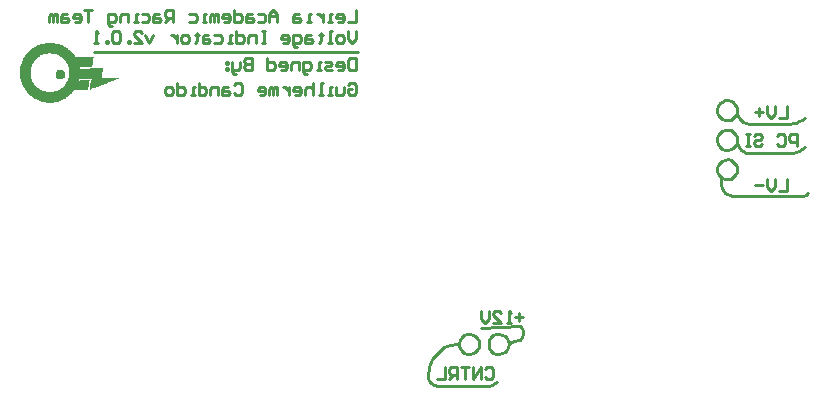
<source format=gbo>
G04*
G04 #@! TF.GenerationSoftware,Altium Limited,Altium Designer,23.8.1 (32)*
G04*
G04 Layer_Color=32896*
%FSLAX25Y25*%
%MOIN*%
G70*
G04*
G04 #@! TF.SameCoordinates,5A361EC5-2A83-46BB-980A-506F3EB005D7*
G04*
G04*
G04 #@! TF.FilePolarity,Positive*
G04*
G01*
G75*
%ADD14C,0.01000*%
G36*
X141194Y131171D02*
X142192D01*
Y130971D01*
X142791D01*
Y130772D01*
X143191D01*
Y130572D01*
X143790D01*
Y130372D01*
X144189D01*
Y130173D01*
X144588D01*
Y129973D01*
X144788D01*
Y129773D01*
X145187D01*
Y129574D01*
X145387D01*
Y129374D01*
X145586D01*
Y129174D01*
X145986D01*
Y128975D01*
X146185D01*
Y128775D01*
X146385D01*
Y128576D01*
X146584D01*
Y128376D01*
X146784D01*
Y128176D01*
X146984D01*
Y127977D01*
X147183D01*
Y127577D01*
X147383D01*
Y127378D01*
X147583D01*
Y127178D01*
X147782D01*
Y126779D01*
X147982D01*
Y126579D01*
X148781D01*
Y126779D01*
X154171D01*
Y126180D01*
X153971D01*
Y124982D01*
X153772D01*
Y123984D01*
X153572D01*
Y123385D01*
X151975D01*
Y123185D01*
X149380D01*
Y122786D01*
X152973D01*
Y122986D01*
X157166D01*
Y121788D01*
X156966D01*
Y120590D01*
X156766D01*
Y119592D01*
X159761D01*
Y119791D01*
X162955D01*
Y119592D01*
X162556D01*
Y119392D01*
X161957D01*
Y119193D01*
X161557D01*
Y118993D01*
X160959D01*
Y118793D01*
X160360D01*
Y118594D01*
X159960D01*
Y118394D01*
X159362D01*
Y118194D01*
X158962D01*
Y117995D01*
X158363D01*
Y117795D01*
X157764D01*
Y117595D01*
X157365D01*
Y117396D01*
X156766D01*
Y117196D01*
X156367D01*
Y116996D01*
X155768D01*
Y116797D01*
X155169D01*
Y116597D01*
X154770D01*
Y116398D01*
X154171D01*
Y116198D01*
X153572D01*
Y115998D01*
X153173D01*
Y115799D01*
X152773D01*
Y116797D01*
X152973D01*
Y117995D01*
X153173D01*
Y118993D01*
X153372D01*
Y119392D01*
X149380D01*
Y119193D01*
X149180D01*
Y118793D01*
X149380D01*
Y118993D01*
X152773D01*
Y118594D01*
X152574D01*
Y117595D01*
X152374D01*
Y116597D01*
X152174D01*
Y115599D01*
X147583D01*
Y115399D01*
X147383D01*
Y115200D01*
X147183D01*
Y115000D01*
X146984D01*
Y114800D01*
X146784D01*
Y114401D01*
X146584D01*
Y114201D01*
X146185D01*
Y114002D01*
X145986D01*
Y113802D01*
X145786D01*
Y113602D01*
X145586D01*
Y113403D01*
X145387D01*
Y113203D01*
X144987D01*
Y113004D01*
X144788D01*
Y112804D01*
X144388D01*
Y112604D01*
X143989D01*
Y112405D01*
X143590D01*
Y112205D01*
X143191D01*
Y112005D01*
X142592D01*
Y111806D01*
X141993D01*
Y111606D01*
X140795D01*
Y111407D01*
X138000D01*
Y111606D01*
X137002D01*
Y111806D01*
X136403D01*
Y112005D01*
X135804D01*
Y112205D01*
X135405D01*
Y112405D01*
X135005D01*
Y112604D01*
X134606D01*
Y112804D01*
X134207D01*
Y113004D01*
X133808D01*
Y113203D01*
X133608D01*
Y113403D01*
X133408D01*
Y113602D01*
X133009D01*
Y113802D01*
X132809D01*
Y114002D01*
X132610D01*
Y114201D01*
X132410D01*
Y114401D01*
X132210D01*
Y114601D01*
X132011D01*
Y114800D01*
X131811D01*
Y115200D01*
X131612D01*
Y115399D01*
X131412D01*
Y115599D01*
X131212D01*
Y115998D01*
X131013D01*
Y116198D01*
X130813D01*
Y116597D01*
X130613D01*
Y116996D01*
X130414D01*
Y117396D01*
X130214D01*
Y117795D01*
X130014D01*
Y118394D01*
X129815D01*
Y118793D01*
Y118993D01*
Y119193D01*
X129615D01*
Y120390D01*
X129416D01*
Y122387D01*
X129615D01*
Y123584D01*
X129815D01*
Y124383D01*
X130014D01*
Y124982D01*
X130214D01*
Y125381D01*
X130414D01*
Y125980D01*
X130613D01*
Y126180D01*
X130813D01*
Y126579D01*
X131013D01*
Y126978D01*
X131212D01*
Y127178D01*
X131412D01*
Y127577D01*
X131612D01*
Y127777D01*
X131811D01*
Y127977D01*
X132011D01*
Y128176D01*
X132210D01*
Y128376D01*
X132410D01*
Y128576D01*
X132610D01*
Y128775D01*
X132809D01*
Y128975D01*
X133009D01*
Y129174D01*
X133209D01*
Y129374D01*
X133608D01*
Y129574D01*
X133808D01*
Y129773D01*
X134207D01*
Y129973D01*
X134406D01*
Y130173D01*
X134806D01*
Y130372D01*
X135205D01*
Y130572D01*
X135604D01*
Y130772D01*
X136203D01*
Y130971D01*
X136802D01*
Y131171D01*
X137800D01*
Y131370D01*
X141194D01*
Y131171D01*
D02*
G37*
%LPC*%
G36*
X139996Y127977D02*
X138799D01*
Y127777D01*
X137800D01*
Y127577D01*
X137201D01*
Y127378D01*
X136602D01*
Y127178D01*
X136203D01*
Y126978D01*
X136004D01*
Y126779D01*
X135604D01*
Y126579D01*
X135405D01*
Y126380D01*
X135205D01*
Y126180D01*
X135005D01*
Y125980D01*
X134806D01*
Y125781D01*
X134606D01*
Y125581D01*
X134406D01*
Y125381D01*
X134207D01*
Y124982D01*
X134007D01*
Y124782D01*
X133808D01*
Y124383D01*
X133608D01*
Y123984D01*
X133408D01*
Y123385D01*
X133209D01*
Y122786D01*
X133009D01*
Y120191D01*
X133209D01*
Y119392D01*
X133408D01*
Y118793D01*
X133608D01*
Y118394D01*
X133808D01*
Y117995D01*
X134007D01*
Y117795D01*
X134207D01*
Y117396D01*
X134406D01*
Y117196D01*
X134606D01*
Y116996D01*
X134806D01*
Y116797D01*
X135005D01*
Y116597D01*
X135205D01*
Y116398D01*
X135405D01*
Y116198D01*
X135804D01*
Y115998D01*
X136004D01*
Y115799D01*
X136403D01*
Y115599D01*
X136802D01*
Y115399D01*
X137401D01*
Y115200D01*
X138000D01*
Y115000D01*
X140995D01*
Y115200D01*
X141594D01*
Y115399D01*
X142192D01*
Y115599D01*
X142592D01*
Y115799D01*
X142791D01*
Y115998D01*
X143191D01*
Y116198D01*
X143390D01*
Y116398D01*
X143790D01*
Y116597D01*
X143989D01*
Y116797D01*
X144189D01*
Y116996D01*
X144388D01*
Y117396D01*
X144588D01*
Y117595D01*
X144788D01*
Y117795D01*
X144987D01*
Y118194D01*
X145187D01*
Y118594D01*
X145387D01*
Y118993D01*
X145586D01*
Y119193D01*
Y119592D01*
X145786D01*
Y120390D01*
X145986D01*
Y122387D01*
X145786D01*
Y123185D01*
X145586D01*
Y123784D01*
X145387D01*
Y124383D01*
X145187D01*
Y124583D01*
X144987D01*
Y124982D01*
X144788D01*
Y125182D01*
X144588D01*
Y125581D01*
X144388D01*
Y125781D01*
X144189D01*
Y125980D01*
X143989D01*
Y126180D01*
X143790D01*
Y126380D01*
X143590D01*
Y126579D01*
X143191D01*
Y126779D01*
X142991D01*
Y126978D01*
X142592D01*
Y127178D01*
X142192D01*
Y127378D01*
X141793D01*
Y127577D01*
X141194D01*
Y127777D01*
X139996D01*
Y127977D01*
D02*
G37*
%LPD*%
G36*
X143790Y122187D02*
X143989D01*
Y121987D01*
X144189D01*
Y121788D01*
X144388D01*
Y121388D01*
X144588D01*
Y120191D01*
X144388D01*
Y119791D01*
X144189D01*
Y119592D01*
X143989D01*
Y119392D01*
X143590D01*
Y119193D01*
X142392D01*
Y119392D01*
X141993D01*
Y119592D01*
X141793D01*
Y119791D01*
X141594D01*
Y120191D01*
X141394D01*
Y121388D01*
X141594D01*
Y121788D01*
X141793D01*
Y121987D01*
X141993D01*
Y122187D01*
X142192D01*
Y122387D01*
X143790D01*
Y122187D01*
D02*
G37*
D14*
X368490Y99062D02*
X368578Y98169D01*
X368839Y97311D01*
X369261Y96520D01*
X369830Y95827D01*
X370657Y95192D01*
X371621Y94793D01*
X372654Y94657D01*
X386172D02*
X387240Y94741D01*
X388282Y94991D01*
X389272Y95401D01*
X390185Y95961D01*
X391000Y96657D01*
X386172Y104500D02*
X387240Y104584D01*
X388282Y104834D01*
X389272Y105244D01*
X390185Y105804D01*
X391000Y106500D01*
X369830Y105670D02*
X370657Y105035D01*
X371621Y104636D01*
X372654Y104500D01*
X368490Y108905D02*
X368578Y108012D01*
X368839Y107154D01*
X369261Y106363D01*
X369830Y105670D01*
X390500Y80500D02*
X391424Y80684D01*
X392207Y81207D01*
X364500Y81500D02*
X365207Y80957D01*
X366031Y80616D01*
X366914Y80500D01*
X363000Y85121D02*
X363098Y84122D01*
X363390Y83161D01*
X363863Y82276D01*
X364500Y81500D01*
X297207Y34603D02*
X297090Y35491D01*
X296748Y36318D01*
X296203Y37028D01*
X295475Y32293D02*
X294333Y32142D01*
X293268Y31701D01*
X292354Y31000D01*
X296293Y32293D02*
X296970Y33305D01*
X297207Y34500D01*
X284879Y17000D02*
X285878Y17098D01*
X286839Y17390D01*
X287724Y17863D01*
X288500Y18500D01*
X266571Y17929D02*
X267600Y17241D01*
X268814Y17000D01*
X265500Y20515D02*
X265625Y19568D01*
X265990Y18686D01*
X266571Y17929D01*
X268672Y28172D02*
X268033Y27475D01*
X267458Y26726D01*
X266951Y25929D01*
X266514Y25091D01*
X266153Y24218D01*
X265869Y23317D01*
X265665Y22395D01*
X265541Y21459D01*
X265500Y20515D01*
X275500Y31000D02*
X274553Y30953D01*
X273616Y30814D01*
X272697Y30584D01*
X271804Y30265D01*
X270948Y29860D01*
X270135Y29373D01*
X269374Y28808D01*
X268672Y28172D01*
X368490Y108905D02*
X368341Y109893D01*
X367908Y110794D01*
X367228Y111527D01*
X366362Y112027D01*
X365387Y112249D01*
X364390Y112175D01*
X363459Y111810D01*
X362678Y111186D01*
X362114Y110360D01*
X361820Y109405D01*
Y108405D01*
X362114Y107449D01*
X362678Y106623D01*
X363459Y106000D01*
X364390Y105635D01*
X365387Y105560D01*
X366362Y105782D01*
X367228Y106282D01*
X367908Y107015D01*
X368341Y107916D01*
X368490Y108905D01*
Y99062D02*
X368341Y100050D01*
X367908Y100951D01*
X367228Y101684D01*
X366362Y102184D01*
X365387Y102406D01*
X364390Y102332D01*
X363459Y101967D01*
X362678Y101343D01*
X362114Y100517D01*
X361820Y99562D01*
Y98562D01*
X362114Y97606D01*
X362678Y96780D01*
X363459Y96157D01*
X364390Y95792D01*
X365387Y95717D01*
X366362Y95939D01*
X367228Y96439D01*
X367908Y97172D01*
X368341Y98073D01*
X368490Y99062D01*
Y89219D02*
X368341Y90207D01*
X367908Y91108D01*
X367228Y91841D01*
X366362Y92341D01*
X365387Y92563D01*
X364390Y92489D01*
X363459Y92124D01*
X362678Y91500D01*
X362114Y90674D01*
X361820Y89719D01*
Y88719D01*
X362114Y87763D01*
X362678Y86937D01*
X363459Y86314D01*
X364390Y85949D01*
X365387Y85874D01*
X366362Y86097D01*
X367228Y86596D01*
X367908Y87329D01*
X368341Y88230D01*
X368490Y89219D01*
X282511Y31000D02*
X282363Y31989D01*
X281929Y32889D01*
X281249Y33622D01*
X280383Y34122D01*
X279408Y34345D01*
X278411Y34270D01*
X277480Y33905D01*
X276699Y33281D01*
X276135Y32455D01*
X275841Y31500D01*
Y30500D01*
X276135Y29545D01*
X276699Y28719D01*
X277480Y28095D01*
X278411Y27730D01*
X279408Y27655D01*
X280383Y27878D01*
X281249Y28378D01*
X281929Y29111D01*
X282363Y30011D01*
X282511Y31000D01*
X292354D02*
X292205Y31989D01*
X291771Y32889D01*
X291091Y33622D01*
X290225Y34122D01*
X289251Y34345D01*
X288254Y34270D01*
X287323Y33905D01*
X286541Y33281D01*
X285978Y32455D01*
X285683Y31500D01*
Y30500D01*
X285978Y29545D01*
X286541Y28719D01*
X287323Y28095D01*
X288254Y27730D01*
X289251Y27655D01*
X290225Y27878D01*
X291091Y28378D01*
X291771Y29111D01*
X292205Y30011D01*
X292354Y31000D01*
X372654Y94657D02*
X386172D01*
X372654Y104500D02*
X386172D01*
X366914Y80500D02*
X390500D01*
X363000Y85121D02*
Y86000D01*
X297207Y34500D02*
Y34603D01*
X283000Y36500D02*
X296203Y37028D01*
X295475Y32293D02*
X296293D01*
X268814Y17000D02*
X284879D01*
X154000Y128500D02*
X242000Y128500D01*
X388500Y97000D02*
Y100936D01*
X386532D01*
X385876Y100280D01*
Y98968D01*
X386532Y98312D01*
X388500D01*
X381940Y100280D02*
X382596Y100936D01*
X383908D01*
X384564Y100280D01*
Y97656D01*
X383908Y97000D01*
X382596D01*
X381940Y97656D01*
X374069Y100280D02*
X374725Y100936D01*
X376037D01*
X376693Y100280D01*
Y99624D01*
X376037Y98968D01*
X374725D01*
X374069Y98312D01*
Y97656D01*
X374725Y97000D01*
X376037D01*
X376693Y97656D01*
X372757Y100936D02*
X371445D01*
X372101D01*
Y97000D01*
X372757D01*
X371445D01*
X385000Y110436D02*
Y106500D01*
X382376D01*
X381064Y110436D02*
Y107812D01*
X379752Y106500D01*
X378440Y107812D01*
Y110436D01*
X377129Y108468D02*
X374505D01*
X375817Y109780D02*
Y107156D01*
X385000Y85936D02*
Y82000D01*
X382376D01*
X381064Y85936D02*
Y83312D01*
X379752Y82000D01*
X378440Y83312D01*
Y85936D01*
X377129Y83968D02*
X374505D01*
X284376Y22780D02*
X285032Y23436D01*
X286344D01*
X287000Y22780D01*
Y20156D01*
X286344Y19500D01*
X285032D01*
X284376Y20156D01*
X283064Y19500D02*
Y23436D01*
X280440Y19500D01*
Y23436D01*
X279129D02*
X276505D01*
X277817D01*
Y19500D01*
X275193D02*
Y23436D01*
X273225D01*
X272569Y22780D01*
Y21468D01*
X273225Y20812D01*
X275193D01*
X273881D02*
X272569Y19500D01*
X271257Y23436D02*
Y19500D01*
X268633D01*
X297000Y39968D02*
X294376D01*
X295688Y41280D02*
Y38656D01*
X293064Y38000D02*
X291752D01*
X292408D01*
Y41936D01*
X293064Y41280D01*
X287161Y38000D02*
X289785D01*
X287161Y40624D01*
Y41280D01*
X287817Y41936D01*
X289128D01*
X289785Y41280D01*
X285849Y41936D02*
Y39312D01*
X284537Y38000D01*
X283225Y39312D01*
Y41936D01*
X241500Y142248D02*
Y138312D01*
X238876D01*
X235596D02*
X236908D01*
X237564Y138968D01*
Y140280D01*
X236908Y140936D01*
X235596D01*
X234940Y140280D01*
Y139624D01*
X237564D01*
X233629Y138312D02*
X232317D01*
X232973D01*
Y140936D01*
X233629D01*
X230349D02*
Y138312D01*
Y139624D01*
X229693Y140280D01*
X229037Y140936D01*
X228381D01*
X226413Y138312D02*
X225101D01*
X225757D01*
Y140936D01*
X226413D01*
X222477D02*
X221165D01*
X220509Y140280D01*
Y138312D01*
X222477D01*
X223133Y138968D01*
X222477Y139624D01*
X220509D01*
X215262Y138312D02*
Y140936D01*
X213950Y142248D01*
X212638Y140936D01*
Y138312D01*
Y140280D01*
X215262D01*
X208702Y140936D02*
X210670D01*
X211326Y140280D01*
Y138968D01*
X210670Y138312D01*
X208702D01*
X206734Y140936D02*
X205422D01*
X204766Y140280D01*
Y138312D01*
X206734D01*
X207390Y138968D01*
X206734Y139624D01*
X204766D01*
X200831Y142248D02*
Y138312D01*
X202799D01*
X203454Y138968D01*
Y140280D01*
X202799Y140936D01*
X200831D01*
X197551Y138312D02*
X198863D01*
X199519Y138968D01*
Y140280D01*
X198863Y140936D01*
X197551D01*
X196895Y140280D01*
Y139624D01*
X199519D01*
X195583Y138312D02*
Y140936D01*
X194927D01*
X194271Y140280D01*
Y138312D01*
Y140280D01*
X193615Y140936D01*
X192959Y140280D01*
Y138312D01*
X191647D02*
X190335D01*
X190991D01*
Y140936D01*
X191647D01*
X185744D02*
X187712D01*
X188367Y140280D01*
Y138968D01*
X187712Y138312D01*
X185744D01*
X180496D02*
Y142248D01*
X178528D01*
X177872Y141592D01*
Y140280D01*
X178528Y139624D01*
X180496D01*
X179184D02*
X177872Y138312D01*
X175904Y140936D02*
X174592D01*
X173936Y140280D01*
Y138312D01*
X175904D01*
X176560Y138968D01*
X175904Y139624D01*
X173936D01*
X170001Y140936D02*
X171969D01*
X172625Y140280D01*
Y138968D01*
X171969Y138312D01*
X170001D01*
X168689D02*
X167377D01*
X168033D01*
Y140936D01*
X168689D01*
X165409Y138312D02*
Y140936D01*
X163441D01*
X162785Y140280D01*
Y138312D01*
X160161Y137000D02*
X159505D01*
X158850Y137656D01*
Y140936D01*
X160817D01*
X161473Y140280D01*
Y138968D01*
X160817Y138312D01*
X158850D01*
X153602Y142248D02*
X150978D01*
X152290D01*
Y138312D01*
X147698D02*
X149010D01*
X149666Y138968D01*
Y140280D01*
X149010Y140936D01*
X147698D01*
X147042Y140280D01*
Y139624D01*
X149666D01*
X145074Y140936D02*
X143763D01*
X143106Y140280D01*
Y138312D01*
X145074D01*
X145730Y138968D01*
X145074Y139624D01*
X143106D01*
X141795Y138312D02*
Y140936D01*
X141139D01*
X140483Y140280D01*
Y138312D01*
Y140280D01*
X139827Y140936D01*
X139171Y140280D01*
Y138312D01*
X238876Y117280D02*
X239532Y117936D01*
X240844D01*
X241500Y117280D01*
Y114656D01*
X240844Y114000D01*
X239532D01*
X238876Y114656D01*
Y115968D01*
X240188D01*
X237564Y116624D02*
Y114656D01*
X236908Y114000D01*
X234940D01*
Y116624D01*
X233629Y114000D02*
X232317D01*
X232973D01*
Y116624D01*
X233629D01*
X230349Y114000D02*
X229037D01*
X229693D01*
Y117936D01*
X230349D01*
X227069D02*
Y114000D01*
Y115968D01*
X226413Y116624D01*
X225101D01*
X224445Y115968D01*
Y114000D01*
X221165D02*
X222477D01*
X223133Y114656D01*
Y115968D01*
X222477Y116624D01*
X221165D01*
X220509Y115968D01*
Y115312D01*
X223133D01*
X219198Y116624D02*
Y114000D01*
Y115312D01*
X218542Y115968D01*
X217886Y116624D01*
X217230D01*
X215262Y114000D02*
Y116624D01*
X214606D01*
X213950Y115968D01*
Y114000D01*
Y115968D01*
X213294Y116624D01*
X212638Y115968D01*
Y114000D01*
X209358D02*
X210670D01*
X211326Y114656D01*
Y115968D01*
X210670Y116624D01*
X209358D01*
X208702Y115968D01*
Y115312D01*
X211326D01*
X200831Y117280D02*
X201487Y117936D01*
X202799D01*
X203454Y117280D01*
Y114656D01*
X202799Y114000D01*
X201487D01*
X200831Y114656D01*
X198863Y116624D02*
X197551D01*
X196895Y115968D01*
Y114000D01*
X198863D01*
X199519Y114656D01*
X198863Y115312D01*
X196895D01*
X195583Y114000D02*
Y116624D01*
X193615D01*
X192959Y115968D01*
Y114000D01*
X189023Y117936D02*
Y114000D01*
X190991D01*
X191647Y114656D01*
Y115968D01*
X190991Y116624D01*
X189023D01*
X187712Y114000D02*
X186400D01*
X187056D01*
Y116624D01*
X187712D01*
X181808Y117936D02*
Y114000D01*
X183776D01*
X184432Y114656D01*
Y115968D01*
X183776Y116624D01*
X181808D01*
X179840Y114000D02*
X178528D01*
X177872Y114656D01*
Y115968D01*
X178528Y116624D01*
X179840D01*
X180496Y115968D01*
Y114656D01*
X179840Y114000D01*
X241500Y135248D02*
Y132624D01*
X240188Y131312D01*
X238876Y132624D01*
Y135248D01*
X236908Y131312D02*
X235596D01*
X234940Y131968D01*
Y133280D01*
X235596Y133936D01*
X236908D01*
X237564Y133280D01*
Y131968D01*
X236908Y131312D01*
X233629D02*
X232317D01*
X232973D01*
Y135248D01*
X233629D01*
X229693Y134592D02*
Y133936D01*
X230349D01*
X229037D01*
X229693D01*
Y131968D01*
X229037Y131312D01*
X226413Y133936D02*
X225101D01*
X224445Y133280D01*
Y131312D01*
X226413D01*
X227069Y131968D01*
X226413Y132624D01*
X224445D01*
X221821Y130000D02*
X221165D01*
X220509Y130656D01*
Y133936D01*
X222477D01*
X223133Y133280D01*
Y131968D01*
X222477Y131312D01*
X220509D01*
X217230D02*
X218542D01*
X219198Y131968D01*
Y133280D01*
X218542Y133936D01*
X217230D01*
X216574Y133280D01*
Y132624D01*
X219198D01*
X211326Y135248D02*
X210014D01*
X210670D01*
Y131312D01*
X211326D01*
X210014D01*
X208046D02*
Y133936D01*
X206078D01*
X205422Y133280D01*
Y131312D01*
X201487Y135248D02*
Y131312D01*
X203454D01*
X204111Y131968D01*
Y133280D01*
X203454Y133936D01*
X201487D01*
X200175Y131312D02*
X198863D01*
X199519D01*
Y133936D01*
X200175D01*
X194271D02*
X196239D01*
X196895Y133280D01*
Y131968D01*
X196239Y131312D01*
X194271D01*
X192303Y133936D02*
X190991D01*
X190335Y133280D01*
Y131312D01*
X192303D01*
X192959Y131968D01*
X192303Y132624D01*
X190335D01*
X188367Y134592D02*
Y133936D01*
X189023D01*
X187712D01*
X188367D01*
Y131968D01*
X187712Y131312D01*
X185088D02*
X183776D01*
X183120Y131968D01*
Y133280D01*
X183776Y133936D01*
X185088D01*
X185744Y133280D01*
Y131968D01*
X185088Y131312D01*
X181808Y133936D02*
Y131312D01*
Y132624D01*
X181152Y133280D01*
X180496Y133936D01*
X179840D01*
X173936D02*
X172625Y131312D01*
X171313Y133936D01*
X167377Y131312D02*
X170001D01*
X167377Y133936D01*
Y134592D01*
X168033Y135248D01*
X169345D01*
X170001Y134592D01*
X166065Y131312D02*
Y131968D01*
X165409D01*
Y131312D01*
X166065D01*
X162785Y134592D02*
X162129Y135248D01*
X160817D01*
X160161Y134592D01*
Y131968D01*
X160817Y131312D01*
X162129D01*
X162785Y131968D01*
Y134592D01*
X158850Y131312D02*
Y131968D01*
X158194D01*
Y131312D01*
X158850D01*
X155570D02*
X154258D01*
X154914D01*
Y135248D01*
X155570Y134592D01*
X241500Y126248D02*
Y122312D01*
X239532D01*
X238876Y122968D01*
Y125592D01*
X239532Y126248D01*
X241500D01*
X235596Y122312D02*
X236908D01*
X237564Y122968D01*
Y124280D01*
X236908Y124936D01*
X235596D01*
X234940Y124280D01*
Y123624D01*
X237564D01*
X233629Y122312D02*
X231661D01*
X231005Y122968D01*
X231661Y123624D01*
X232973D01*
X233629Y124280D01*
X232973Y124936D01*
X231005D01*
X229693Y122312D02*
X228381D01*
X229037D01*
Y124936D01*
X229693D01*
X225101Y121000D02*
X224445D01*
X223789Y121656D01*
Y124936D01*
X225757D01*
X226413Y124280D01*
Y122968D01*
X225757Y122312D01*
X223789D01*
X222477D02*
Y124936D01*
X220509D01*
X219853Y124280D01*
Y122312D01*
X216574D02*
X217886D01*
X218542Y122968D01*
Y124280D01*
X217886Y124936D01*
X216574D01*
X215918Y124280D01*
Y123624D01*
X218542D01*
X211982Y126248D02*
Y122312D01*
X213950D01*
X214606Y122968D01*
Y124280D01*
X213950Y124936D01*
X211982D01*
X206734Y126248D02*
Y122312D01*
X204766D01*
X204111Y122968D01*
Y123624D01*
X204766Y124280D01*
X206734D01*
X204766D01*
X204111Y124936D01*
Y125592D01*
X204766Y126248D01*
X206734D01*
X202799Y124936D02*
Y122968D01*
X202143Y122312D01*
X200175D01*
Y121656D01*
X200831Y121000D01*
X201487D01*
X200175Y122312D02*
Y124936D01*
X198863D02*
X198207D01*
Y124280D01*
X198863D01*
Y124936D01*
Y122968D02*
X198207D01*
Y122312D01*
X198863D01*
Y122968D01*
M02*

</source>
